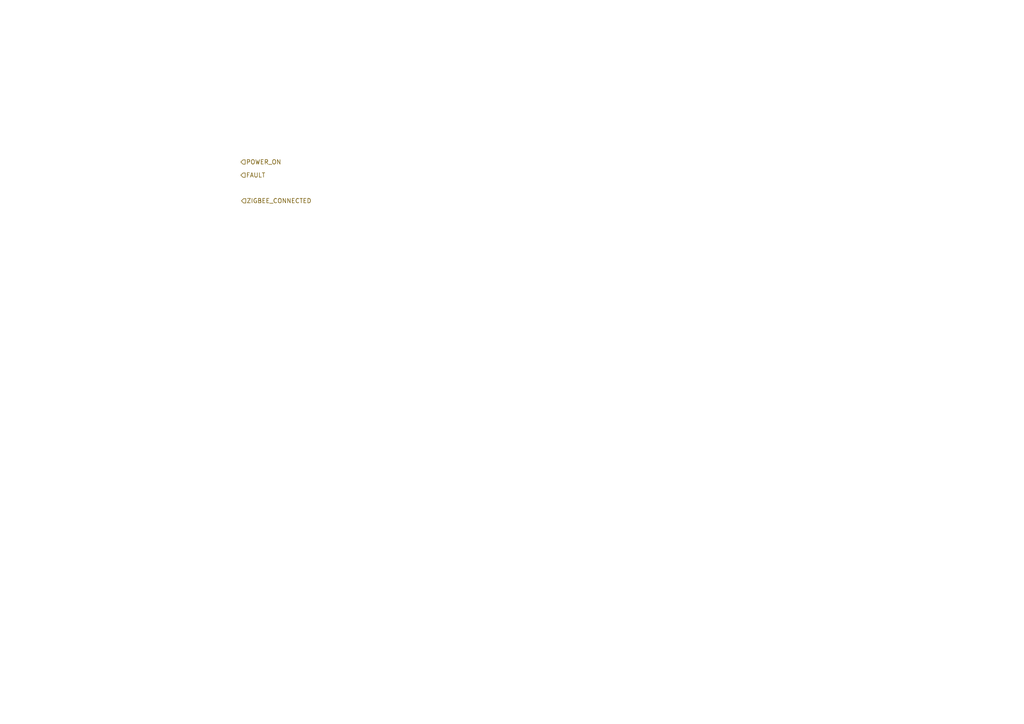
<source format=kicad_sch>
(kicad_sch (version 20230121) (generator eeschema)
  (paper "A4")
  (lib_symbols)
  (hierarchical_label "ZIGBEE_CONNECTED" (shape input) (at 70.0236 58.2463 0))
  (hierarchical_label "POWER_ON" (shape input) (at 69.85 46.99 0))
  (hierarchical_label "FAULT" (shape input) (at 69.85 50.8 0))
)
</source>
